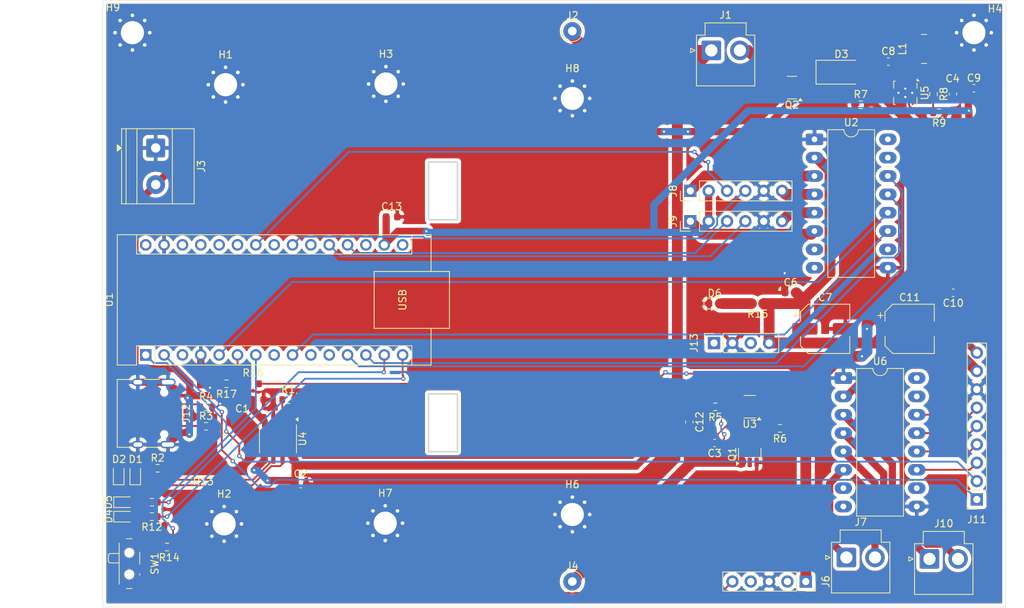
<source format=kicad_pcb>
(kicad_pcb (version 20241229) (generator "pcbnew") (generator_version "9.0")
  (layers (0 "F.Cu" signal) (2 "B.Cu" signal) (13 "F.Paste" user) (15 "B.Paste" user) (5 "F.SilkS" user "F.Silkscreen") (7 "B.SilkS" user "B.Silkscreen") (1 "F.Mask" user) (3 "B.Mask" user) (25 "Edge.Cuts" user))
  (net 0 "")
  (net 1 "/VIN")
  (net 2 "GND")
  (net 3 "/V+")
  (net 4 "Net-(U3-VDD)")
  (net 5 "/V-")
  (net 6 "Net-(U5-FB)")
  (net 7 "/3V3")
  (net 8 "/6V")
  (net 9 "/REG_IN")
  (net 10 "/V+_BAU")
  (net 11 "Net-(D1-K)")
  (net 12 "Net-(D1-A)")
  (net 13 "Net-(D2-K)")
  (net 14 "Net-(D4-A)")
  (net 15 "Net-(D5-A)")
  (net 16 "Net-(D6-A)")
  (net 17 "Net-(J6-Pin_5)")
  (net 20 "/COUT2")
  (net 21 "/COUT1")
  (net 22 "/ENC2_1")
  (net 23 "/ENC2_2")
  (net 24 "/BOUT1")
  (net 25 "/BOUT2")
  (net 26 "/ENC1_2")
  (net 27 "/AOUT1")
  (net 28 "/ENC1_1")
  (net 29 "/AOUT2")
  (net 30 "/CIN1")
  (net 31 "/RX_STM32")
  (net 32 "/TX_STM32")
  (net 33 "/CIN2")
  (net 34 "/DIN1")
  (net 35 "/DIN2")
  (net 38 "Net-(U5-L2)")
  (net 39 "Net-(U5-L1)")
  (net 40 "Net-(Q1-G2)")
  (net 42 "Net-(Q1-G1)")
  (net 44 "Net-(U4-ISET)")
  (net 45 "Net-(U3-CS)")
  (net 46 "/Led_bat_1")
  (net 47 "/Led_bat_2")
  (net 48 "/ENABLE_BOOST_6V")
  (net 49 "Net-(U1A-PB0)")
  (net 55 "/AIN2")
  (net 57 "/AIN1")
  (net 63 "/BIN1")
  (net 65 "/BIN2")
  (net 76 "/DOUT1")
  (net 77 "/DOUT2")
  (net 80 "Net-(J12-CC1)")
  (net 84 "Net-(J12-CC2)")
  (net 88 "Net-(SW1-A)")
  (footprint "MountingHole:MountingHole_3.2mm_M3_Pad_Via" (layer "F.Cu") (at 170.6 18)
    (property "Reference" "H4")
    (property "Value" "MountingHole_Pad")
  )
  (footprint "Capacitor_SMD:CP_Elec_6.3x5.4" (layer "F.Cu") (at 161.7 59)
    (property "Reference" "C11")
    (property "Value" "100u")
  )
  (footprint "Capacitor_SMD:C_0603_1608Metric" (layer "F.Cu") (at 77.4 80.5)
    (property "Reference" "C2")
    (property "Value" "10u")
  )
  (footprint "Resistor_SMD:R_0603_1608Metric" (layer "F.Cu") (at 165.775 29.1)
    (property "Reference" "R9")
    (property "Value" "178k")
  )
  (footprint "Capacitor_SMD:C_0603_1608Metric" (layer "F.Cu") (at 71.5 68.8)
    (property "Reference" "C1")
    (property "Value" "1u")
  )
  (footprint "Resistor_SMD:R_0603_1608Metric" (layer "F.Cu") (at 75.675 68.8)
    (property "Reference" "R1")
    (property "Value" "1k2")
  )
  (footprint "Package_TO_SOT_SMD:SOT-23-6" (layer "F.Cu") (at 139.5625 69.775 180)
    (property "Reference" "U3")
    (property "Value" "HY2112")
  )
  (footprint "Resistor_SMD:R_0603_1608Metric" (layer "F.Cu") (at 140.675 55.5 180)
    (property "Reference" "R15")
    (property "Value" "330R")
  )
  (footprint "Capacitor_SMD:C_0603_1608Metric" (layer "F.Cu") (at 131.2 71.9 -90)
    (property "Reference" "C12")
    (property "Value" "10u")
  )
  (footprint "Capacitor_SMD:C_0603_1608Metric" (layer "F.Cu") (at 158.75 22)
    (property "Reference" "C8")
    (property "Value" "10u")
  )
  (footprint "Resistor_SMD:R_0603_1608Metric" (layer "F.Cu") (at 56.7875 85 180)
    (property "Reference" "R12")
    (property "Value" "330R")
  )
  (footprint "Package_TO_SOT_SMD:SOT-23" (layer "F.Cu") (at 145.4 25.6 180)
    (property "Reference" "Q2")
    (property "Value" "DMP1045U-7")
  )
  (footprint "Capacitor_SMD:C_0603_1608Metric" (layer "F.Cu") (at 145.225 54)
    (property "Reference" "C6")
    (property "Value" "100n")
  )
  (footprint "Resistor_SMD:R_0603_1608Metric" (layer "F.Cu") (at 143.75 72.775 180)
    (property "Reference" "R6")
    (property "Value" "2k")
  )
  (footprint "TestPoint:TestPoint_THTPad_D2.5mm_Drill1.2mm" (layer "F.Cu") (at 115 17.78)
    (property "Reference" "J2")
    (property "Value" "BAT+")
  )
  (footprint "LED_SMD:LED_0603_1608Metric" (layer "F.Cu") (at 53 83)
    (property "Reference" "D5")
    (property "Value" "RED_LED")
  )
  (footprint "Capacitor_SMD:CP_Elec_6.3x5.4" (layer "F.Cu") (at 150 59)
    (property "Reference" "C7")
    (property "Value" "100u")
  )
  (footprint "MountingHole:MountingHole_3.2mm_M3_Pad_Via" (layer "F.Cu") (at 66.802944 86)
    (property "Reference" "H2")
    (property "Value" "MountingHole_Pad")
  )
  (footprint "LED_SMD:LED_0603_1608Metric" (layer "F.Cu") (at 52.2 79.1 90)
    (property "Reference" "D2")
    (property "Value" "Full")
  )
  (footprint "Capacitor_SMD:C_0603_1608Metric" (layer "F.Cu") (at 167.725 54 180)
    (property "Reference" "C10")
    (property "Value" "100n")
  )
  (footprint "Connector_PinSocket_2.54mm:PinSocket_1x04_P2.54mm_Vertical" (layer "F.Cu") (at 134.62 60.96 90)
    (property "Reference" "J13")
    (property "Value" "BOOST_OUT")
  )
  (footprint "Resistor_SMD:R_0603_1608Metric" (layer "F.Cu") (at 64.3 69.8)
    (property "Reference" "R4")
    (property "Value" "5.1k")
  )
  (footprint "TestPoint:TestPoint_THTPad_D2.5mm_Drill1.2mm" (layer "F.Cu") (at 115 93.98)
    (property "Reference" "J4")
    (property "Value" "BAT-")
  )
  (footprint "Resistor_SMD:R_0603_1608Metric" (layer "F.Cu") (at 57.6 78.3)
    (property "Reference" "R2")
    (property "Value" "1k")
  )
  (footprint "Diode_SMD:D_SMA" (layer "F.Cu") (at 152.25 23.47)
    (property "Reference" "D3")
    (property "Value" "SS34")
  )
  (footprint "LED_SMD:LED_0603_1608Metric" (layer "F.Cu") (at 54.5 79.1 90)
    (property "Reference" "D1")
    (property "Value" "Charge")
  )
  (footprint "Module:Arduino_Nano" (layer "F.Cu") (at 55.95 62.61 90)
    (property "Reference" "U1")
    (property "Value" "NUCLEO-G431KB")
  )
  (footprint "Package_DIP:DIP-16_W10.16mm_LongPads" (layer "F.Cu") (at 152.525 65.81)
    (property "Reference" "U6")
    (property "Value" "DRIVER 2")
  )
  (footprint "Connector_PinHeader_2.54mm:PinHeader_1x06_P2.54mm_Vertical" (layer "F.Cu") (at 131.34 39.9 90)
    (property "Reference" "J8")
    (property "Value" "MOTOR 1")
  )
  (footprint "Resistor_SMD:R_0603_1608Metric" (layer "F.Cu") (at 67.125 66.6 180)
    (property "Reference" "R17")
    (property "Value" "10k")
  )
  (footprint "Capacitor_SMD:C_0603_1608Metric" (layer "F.Cu") (at 167.7 26.5 -90)
    (property "Reference" "C4")
    (property "Value" "2.2p")
  )
  (footprint "Package_SON:Texas_DRC0010J_ThermalVias" (layer "F.Cu") (at 161.1 26.325 -90)
    (property "Reference" "U5")
    (property "Value" "TPS63000")
  )
  (footprint "Connector_PinSocket_2.54mm:PinSocket_1x05_P2.54mm_Vertical" (layer "F.Cu") (at 147.32 93.98 -90)
    (property "Reference" "J6")
    (property "Value" "BOOST_IN")
  )
  (footprint "Package_SO:SOIC-8-1EP_3.9x4.9mm_P1.27mm_EP2.29x3mm" (layer "F.Cu") (at 74.25 74.23 -90)
    (property "Reference" "U4")
    (property "Value" "CN3058E")
  )
  (footprint "TerminalBlock_Phoenix:TerminalBlock_Phoenix_MKDS-1,5-2-5.08_1x02_P5.08mm_Horizontal" (layer "F.Cu") (at 57.3275 33.955 -90)
    (property "Reference" "J3")
    (property "Value" "VIN_Connector")
  )
  (footprint "Package_TO_SOT_SMD:SOT-23-6" (layer "F.Cu") (at 139.5625 76.35 90)
    (property "Reference" "Q1")
    (property "Value" "FS8205A")
  )
  (footprint "MountingHole:MountingHole_3.2mm_M3_Pad_Via" (layer "F.Cu") (at 115.002944 27.097056)
    (property "Reference" "H8")
    (property "Value" "MountingHole_Pad")
  )
  (footprint "Connector_USB:USB_C_Receptacle_HRO_TYPE-C-31-M-12" (layer "F.Cu") (at 55.9 70.7 -90)
    (property "Reference" "J12")
    (property "Value" "USB_C_Receptacle_USB2.0_16P")
  )
  (footprint "Connector_PinHeader_2.54mm:PinHeader_1x06_P2.54mm_Vertical" (layer "F.Cu") (at 131.34 44.1 90)
    (property "Reference" "J9")
    (property "Value" "MOTOR 2")
  )
  (footprint "MountingHole:MountingHole_3.2mm_M3_Pad_Via" (layer "F.Cu") (at 54.1 18)
    (property "Reference" "H9")
    (property "Value" "MountingHole_Pad")
  )
  (footprint "Resistor_SMD:R_0603_1608Metric" (layer "F.Cu") (at 58.9 89.2 180)
    (property "Reference" "R14")
    (property "Value" "1k")
  )
  (footprint "Resistor_SMD:R_0603_1608Metric" (layer "F.Cu") (at 64.3 72.5)
    (property "Reference" "R3")
    (property "Value" "5.1k")
  )
  (footprint "Connector_PinSocket_2.54mm:PinSocket_1x09_P2.54mm_Vertical" (layer "F.Cu") (at 171 82.62 180)
    (property "Reference" "J11")
    (property "Value" "COMM_inter_mcu")
  )
  (footprint "LED_SMD:LED_0603_1608Metric" (layer "F.Cu") (at 53 85)
    (property "Reference" "D4")
    (property "Value" "GREEN_LED")
  )
  (footprint "Capacitor_SMD:C_0603_1608Metric" (layer "F.Cu") (at 170.6 25.7)
    (property "Reference" "C9")
    (property "Value" "10u")
  )
  (footprint "MountingHole:MountingHole_3.2mm_M3_Pad_Via" (layer "F.Cu") (at 67 25.197056)
    (property "Reference" "H1")
    (property "Value" "MountingHole_Pad")
  )
  (footprint "Connector_JST:JST_VH_B2P-VH_1x02_P3.96mm_Vertical" (layer "F.Cu") (at 134.2425 20.45)
    (property "Reference" "J1")
    (property "Value" "BAU")
  )
  (footprint "Resistor_SMD:R_0603_1608Metric" (layer "F.Cu") (at 165 26.5 -90)
    (property "Reference" "R8")
    (property "Value" "1M")
  )
  (footprint "MountingHole:MountingHole_3.2mm_M3_Pad_Via" (layer "F.Cu") (at 89.2 25.1)
    (property "Reference" "H3")
    (property "Value" "MountingHole_Pad")
  )
  (footprint "LED_SMD:LED_0603_1608Metric" (layer "F.Cu") (at 134.7125 55.5)
    (property "Reference" "D6")
    (property "Value" "GREEN_LED")
  )
  (footprint "Resistor_SMD:R_0603_1608Metric" (layer "F.Cu") (at 56.8 83 180)
    (property "Reference" "R13")
    (property "Value" "330R")
  )
  (footprint "Connector_JST:JST_VH_B2P-VH_1x02_P3.96mm_Vertical" (layer "F.Cu") (at 152.9425 90.65)
    (property "Reference" "J7")
    (property "Value" "MOTOR 3")
  )
  (footprint "Resistor_SMD:R_0603_1608Metric" (layer "F.Cu") (at 154.925 27.97)
    (property "Reference" "R7")
    (property "Value" "10k")
  )
  (footprint "Capacitor_SMD:C_0603_1608Metric" (layer "F.Cu") (at 90 43.5)
    (property "Reference" "C13")
    (property "Value" "100n")
  )
  (footprint "Package_DIP:DIP-16_W10.16mm_LongPads" (layer "F.Cu") (at 148.525 32.76)
    (property "Reference" "U2")
    (property "Value" "DRIVER 1")
  )
  (footprint "MountingHole:MountingHole_3.2mm_M3_Pad_Via" (layer "F.Cu") (at 115.002944 84.697056)
    (property "Reference" "H6")
    (property "Value" "MountingHole_Pad")
  )
  (footprint "Button_Switch_SMD:SW_SPDT_PCM12" (layer "F.Cu") (at 54 91.5 -90)
    (property "Reference" "SW1")
    (property "Value" "SW_SPDT")
  )
  (footprint "Resistor_SMD:R_0603_1608Metric" (layer "F.Cu") (at 134.8 69.8 180)
    (property "Reference" "R5")
    (property "Value" "100R")
  )
  (footprint "Inductor_SMD:L_Wuerth_WE-TPC-3816" (layer "F.Cu") (at 163.7 20.25 90)
    (property "Reference" "L1")
    (property "Value" "2.2u")
  )
  (footprint "Capacitor_SMD:C_0603_1608Metric" (layer "F.Cu") (at 134.7 74.8 180)
    (property "Reference" "C3")
    (property "Value" "100n")
  )
  (footprint "Resistor_SMD:R_0603_1608Metric" (layer "F.Cu") (at 70.8 66.6 180)
    (property "Reference" "R16")
    (property "Value" "10k")
  )
  (footprint "MountingHole:MountingHole_3.2mm_M3_Pad_Via" (layer "F.Cu") (at 89.1 85.9)
    (property "Reference" "H7")
    (property "Value" "MountingHole_Pad")
  )
  (footprint "Connector_JST:JST_VH_B2P-VH_1x02_P3.96mm_Vertical" (layer "F.Cu") (at 164.4425 90.85)
    (property "Reference" "J10")
    (property "Value" "MOTOR 4")
  )
  (gr_rect (start 95.1 35.9) (end 99.1 43.9) (stroke (width 0.2)) (fill no) (layer "Edge.Cuts"))
  (gr_rect (start 95.1 68) (end 99.1 76) (stroke (width 0.2)) (fill no) (layer "Edge.Cuts"))
  (gr_rect (start 50 13.5) (end 175 97.5) (stroke (width 0.05)) (fill no) (layer "Edge.Cuts"))
  (segment (start 67.1 68.8) (end 70.725 68.8) (width 1) (layer "F.Cu") (net 1))
  (segment (start 61.55 73.15) (end 61.9 73.5) (width 0.5) (layer "F.Cu") (net 1))
  (segment (start 154.25 23.47) (end 151.17 26.55) (width 1) (layer "F.Cu") (net 1))
  (segment (start 62 73.6) (end 61.121 73.6) (width 0.5) (layer "F.Cu") (net 1))
  (segment (start 60.971 73.251) (end 60.87 73.15) (width 0.2) (layer "F.Cu") (net 1))
  (segment (start 57.3275 39.035) (end 54.449 41.9135) (width 1) (layer "F.Cu") (net 1))
  (segment (start 154.25 23.47) (end 154.25 27.82) (width 1) (layer "F.Cu") (net 1))
  (segment (start 62.05 66.55) (end 62.05 68.25) (width 1) (layer "F.Cu") (net 1))
  (segment (start 70.725 70.135) (end 72.345 71.755) (width 1) (layer "F.Cu") (net 1))
  (segment (start 57.3275 39.035) (end 64.6625 31.7) (width 1) (layer "F.Cu") (net 1))
  (segment (start 60.87 73.15) (end 59.945 73.15) (width 0.2) (layer "F.Cu") (net 1))
  (segment (start 54.449 41.9135) (end 54.449 64.111) (width 1) (layer "F.Cu") (net 1))
  (segment (start 61.9 73.5) (end 62 73.6) (width 1) (layer "F.Cu") (net 1))
  (segment (start 141.1875 31.7) (end 146.3375 26.55) (width 1) (layer "F.Cu") (net 1))
  (segment (start 60.971 75.754) (end 60.971 73.251) (width 0.2) (layer "F.Cu") (net 1))
  (segment (start 70.725 68.8) (end 70.725 70.135) (width 1) (layer "F.Cu") (net 1))
  (segment (start 58.425 78.3) (end 60.971 75.754) (width 0.2) (layer "F.Cu") (net 1))
  (segment (start 64.6625 31.7) (end 127.7 31.7) (width 1) (layer "F.Cu") (net 1))
  (segment (start 54.847265 64.509265) (end 60.009265 64.509265) (width 1) (layer "F.Cu") (net 1))
  (segment (start 59.945 68.25) (end 62.05 68.25) (width 0.5) (layer "F.Cu") (net 1))
  (segment (start 62.05 68.25) (end 66.55 68.25) (width 1) (layer "F.Cu") (net 1))
  (segment (start 131 31.7) (end 141.1875 31.7) (width 1) (layer "F.Cu") (net 1))
  (segment (start 154.25 27.82) (end 154.1 27.97) (width 1) (layer "F.Cu") (net 1))
  (segment (start 61.121 73.6) (end 61.121 73.5) (width 0.5) (layer "F.Cu") (net 1))
  (segment (start 151.17 26.55) (end 146.3375 26.55) (width 1) (layer "F.Cu") (net 1))
  (segment (start 62 73.6) (end 61.676 73.276) (width 1) (layer "F.Cu") (net 1))
  (segment (start 60.009265 64.509265) (end 62.05 66.55) (width 1) (layer "F.Cu") (net 1))
  (segment (start 59.945 73.15) (end 61.55 73.15) (width 0.5) (layer "F.Cu") (net 1))
  (segment (start 61.676 73.276) (end 61.55 73.276) (width 1) (layer "F.Cu") (net 1))
  (segment (start 66.55 68.25) (end 67.1 68.8) (width 1) (layer "F.Cu") (net 1))
  (segment (start 54.449 64.111) (end 54.847265 64.509265) (width 1) (layer "F.Cu") (net 1))
  (via (at 62 73.6) (size 0.6) (drill 0.3) (layers "F.Cu" "B.Cu") (net 1))
  (via (at 131 31.7) (size 0.6) (drill 0.3) (layers "F.Cu" "B.Cu") (net 1))
  (via (at 61.75 68.55) (size 0.6) (drill 0.3) (layers "F.Cu" "B.Cu") (net 1))
  (via (at 127.7 31.7) (size 0.6) (drill 0.3) (layers "F.Cu" "B.Cu") (net 1))
  (segment (start 62 73.6) (end 62 68.8) (width 1) (layer "B.Cu") (net 1))
  (segment (start 62 68.8) (end 61.75 68.55) (width 1) (layer "B.Cu") (net 1))
  (segment (start 127.7 31.7) (end 131 31.7) (width 1) (layer "B.Cu") (net 1))
  (segment (start 65.8 69.8) (end 66.242893 69.357107) (width 0.25) (layer "F.Cu") (net 2))
  (segment (start 59.744 67.249) (end 59.945 67.249) (width 1) (layer "F.Cu") (net 2))
  (segment (start 59.03 66.535) (end 59.744 67.249) (width 1) (layer "F.Cu") (net 2))
  (segment (start 144.4 53.95) (end 144.45 54) (width 1) (layer "F.Cu") (net 2))
  (segment (start 63.57 63.87) (end 65.45 65.75) (width 1) (layer "F.Cu") (net 2))
  (segment (start 166.6 29.1) (end 165.799 29.901) (width 0.25) (layer "F.Cu") (net 2))
  (segment (start 65.45 66.55) (end 65.45 65.75) (width 0.25) (layer "F.Cu") (net 2))
  (segment (start 65.45 65.75) (end 66.3 66.6) (width 1) (layer "F.Cu") (net 2))
  (segment (start 165.799 29.901) (end 163.428452 29.901) (width 0.25) (layer "F.Cu") (net 2))
  (segment (start 65.125 69.8) (end 65.125 72.5) (width 0.25) (layer "F.Cu") (net 2))
  (segment (start 161.1 24.93) (end 161.105 24.925) (width 0.25) (layer "F.Cu") (net 2))
  (segment (start 161.649 27.774) (end 161.6 27.725) (width 0.25) (layer "F.Cu") (net 2))
  (segment (start 161.1 25.75) (end 161.1 24.93) (width 0.25) (layer "F.Cu") (net 2))
  (segment (start 59.899 74.151) (end 59.945 74.151) (width 1) (layer "F.Cu") (net 2))
  (segment (start 161.649 28.121548) (end 161.649 27.774) (width 0.25) (layer "F.Cu") (net 2))
  (segment (start 57.5 66.38) (end 59.03 66.38) (width 1) (layer "F.Cu") (net 2))
  (segment (start 65.125 69.8) (end 65.8 69.8) (width 0.25) (layer "F.Cu") (net 2))
  (segment (start 163.428452 29.901) (end 161.649 28.121548) (width 0.25) (layer "F.Cu") (net 2))
  (segment (start 59.03 66.38) (end 59.03 66.535) (width 1) (layer "F.Cu") (net 2))
  (segment (start 144.4 51.3) (end 144.4 53.95) (width 1) (layer "F.Cu") (net 2))
  (segment (start 57.5 66.38) (end 59.076 66.38) (width 1) (layer "F.Cu") (net 2))
  (segment (start 59.03 75.02) (end 59.899 74.151) (width 1) (layer "F.Cu") (net 2))
  (segment (start 161.524264 26.9) (end 161.6 26.975736) (width 0.25) (layer "F.Cu") (net 2))
  (segment (start 63.57 62.61) (end 63.57 63.87) (width 1) (layer "F.Cu") (net 2))
  (segment (start 161.6 26.975736) (end 161.6 27.725) (width 0.25) (layer "F.Cu") (net 2))
  (segment (start 54.85 66.38) (end 57.5 66.38) (width 1) (layer "F.Cu") (net 2))
  (segment (start 161.1 26.9) (end 161.524264 26.9) (width 0.25) (layer "F.Cu") (net 2))
  (segment (start 64.85 67.15) (end 65.45 66.55) (width 0.25) (layer "F.Cu") (net 2))
  (via (at 64.85 67.15) (size 0.6) (drill 0.3) (layers "F.Cu" "B.Cu") (net 2))
  (via (at 144.4 51.3) (size 0.6) (drill 0.3) (layers "F.Cu" "B.Cu") (net 2))
  (via (at 66.242893 69.357107) (size 0.6) (drill 0.3) (layers "F.Cu" "B.Cu") (net 2))
  (segment (start 66.242893 69.357107) (end 66.242893 68.542893) (width 0.25) (layer "B.Cu") (net 2))
  (segment (start 141.5 44.1) (end 141.5 48.4) (width 1) (layer "B.Cu") (net 2))
  (segment (start 141.5 48.4) (end 144.4 51.3) (width 1) (layer "B.Cu") (net 2))
  (segment (start 66.242893 68.542893) (end 64.85 67.15) (width 0.25) (layer "B.Cu") (net 2))
  (segment (start 139.3125 20.45) (end 144.4625 25.6) (width 1.5) (layer "F.Cu") (net 3))
  (segment (start 138.2025 20.45) (end 139.3125 20.45) (width 1.5) (layer "F.Cu") (net 3))
  (segment (start 135.625 69.8) (end 138.4 69.8) (width 0.2) (layer "F.Cu") (net 4))
  (segment (start 136.05 74.225) (end 135.475 74.8) (width 0.2) (layer "F.Cu") (net 4))
  (segment (start 135.625 69.8) (end 135.625 72.125) (width 0.2) (layer "F.Cu") (net 4))
  (segment (start 138.4 69.8) (end 138.425 69.775) (width 0.2) (layer "F.Cu") (net 4))
  (segment (start 136.05 73.6) (end 136.05 74.225) (width 0.2) (layer "F.Cu") (net 4))
  (segment (start 135.625 72.125) (end 135.6 72.15) (width 0.2) (layer "F.Cu") (net 4))
  (via (at 135.6 72.15) (size 0.6) (drill 0.3) (layers "F.Cu" "B.Cu") (net 4))
  (via (at 136.05 73.6) (size 0.6) (drill 0.3) (layers "F.Cu" "B.Cu") (net 4))
  (segment (start 135.6 72.15) (end 135.6 73.15) (width 0.2) (layer "B.Cu") (net 4))
  (segment (start 135.6 73.15) (end 136.05 73.6) (width 0.2) (layer "B.Cu") (net 4))
  (segment (start 138.425 70.725) (end 138 70.725) (width 0.2) (layer "F.Cu") (net 5))
  (segment (start 131.2 77.78) (end 131.64 77.34) (width 1.5) (layer "F.Cu") (net 5))
  (segment (start 131.2 77.78) (end 131.09 77.89) (width 1.5) (layer "F.Cu") (net 5))
  (segment (start 131.2 72.675) (end 131.2 77.78) (width 1.5) (layer "F.Cu") (net 5))
  (segment (start 138 70.725) (end 133.925 74.8) (width 0.2) (layer "F.Cu") (net 5))
  (segment (start 115 93.98) (end 130.34 78.64) (width 1.5) (layer "F.Cu") (net 5))
  (segment (start 130.34 78.64) (end 131.09 77.89) (width 1.5) (layer "F.Cu") (net 5))
  (segment (start 131.64 77.34) (end 138.3115 77.34) (width 1.5) (layer "F.Cu") (net 5))
  (segment (start 131.64 77.085) (end 131.64 77.34) (width 0.2) (layer "F.Cu") (net 5))
  (segment (start 133.925 74.8) (end 131.64 77.085) (width 0.2) (layer "F.Cu") (net 5))
  (segment (start 138.3115 77.34) (end 138.3115 77.4875) (width 1.5) (layer "F.Cu") (net 5))
  (segment (start 162.1 27.725) (end 164.6 27.725) (width 0.25) (layer "F.Cu") (net 6))
  (segment (start 164.95 27.375) (end 165 27.325) (width 0.25) (layer "F.Cu") (net 6))
  (segment (start 164.95 29.1) (end 164.95 27.375) (width 0.25) (layer "F.Cu") (net 6))
  (segment (start 164.6 27.725) (end 165 27.325) (width 0.25) (layer "F.Cu") (net 6))
  (segment (start 165.325 27.275) (end 167.7 27.275) (width 0.25) (layer "F.Cu") (net 6))
  (segment (start 165.275 27.325) (end 165.325 27.275) (width 0.25) (layer "F.Cu") (net 6))
  (segment (start 165 27.325) (end 165.275 27.325) (width 0.25) (layer "F.Cu") (net 6))
  (segment (start 169.9 61.2) (end 171 62.3) (width 1) (layer "F.Cu") (net 7))
  (segment (start 165 25.675) (end 164.119 24.794) (width 1) (layer "F.Cu") (net 7))
  (segment (start 88.97 47.37) (end 90.84 45.5) (width 1) (layer "F.Cu") (net 7))
  (segment (start 164.119 24.794) (end 162.426 24.794) (width 1) (layer "F.Cu") (net 7))
  (segment (start 165 25.675) (end 167.65 25.675) (width 1) (layer "F.Cu") (net 7))
  (segment (start 89.225 43.5) (end 89.225 47.115) (width 1) (layer "F.Cu") (net 7))
  (segment (start 169.825 25.7) (end 169.825 28.725) (width 1) (layer "F.Cu") (net 7))
  (segment (start 90.84 45.5) (end 94.8 45.5) (width 1) (layer "F.Cu") (net 7))
  (segment (start 89.225 47.115) (end 88.97 47.37) (width 1) (layer "F.Cu") (net 7))
  (segment (start 167.7 25.725) (end 169.8 25.725) (width 1) (layer "F.Cu") (net 7))
  (segment (start 169.825 28.725) (end 169.9 28.8) (width 1) (layer "F.Cu") (net 7))
  (segment (start 133.88 44.1) (end 133.88 39.9) (width 1) (layer "F.Cu") (net 7))
  (segment (start 169.8 25.725) (end 169.825 25.7) (width 1) (layer "F.Cu") (net 7))
  (segment (start 167.65 25.675) (end 167.7 25.725) (width 1) (layer "F.Cu") (net 7))
  (segment (start 169.9 28.8) (end 169.9 61.2) (width 1) (layer "F.Cu") (net 7))
  (via (at 169.9 28.8) (size 0.6) (drill 0.3) (layers "F.Cu" "B.Cu") (net 7))
  (via (at 94.8 45.5) (size 0.6) (drill 0.3) (layers "F.Cu" "B.Cu") (net 7))
  (segment (start 126.3 41.838) (end 139.338 28.8) (width 1) (layer "B.Cu") (net 7))
  (segment (start 126.3 45.651) (end 126.3 41.838) (width 1) (layer "B.Cu") (net 7))
  (segment (start 132.649 45.651) (end 133.88 44.42) (width 1) (layer "B.Cu") (net 7))
  (segment (start 139.338 28.8) (end 169.9 28.8) (width 1) (layer "B.Cu") (net 7))
  (segment (start 94.8 45.5) (end 94.951 45.651) (width 1) (layer "B.Cu") (net 7))
  (segment (start 126.3 45.651) (end 132.649 45.651) (width 1) (layer "B.Cu") (net 7))
  (segment (start 133.88 44.42) (end 133.88 44.1) (width 1) (layer "B.Cu") (net 7))
  (segment (start 94.951 45.651) (end 126.3 45.651) (width 1) (layer "B.Cu") (net 7))
  (segment (start 158.9 59) (end 163.9 54) (width 1.5) (layer "F.Cu") (net 8))
  (segment (start 147.2 55.2) (end 146 54) (width 1.5) (layer "F.Cu") (net 8))
  (segment (start 146.441288 55.5) (end 150.676 51.265288) (width 1.5) (layer "F.Cu") (net 8))
  (segment (start 142.24 56.24) (end 141.5 55.5) (width 1.5) (layer "F.Cu") (net 8))
  (segment (start 142.24 60.96) (end 142.24 56.24) (width 1.5) (layer "F.Cu") (net 8))
  (segment (start 158.3 62.975) (end 158.3 60.96) (width 1) (layer "F.Cu") (net 8))
  (segment (start 141.5 55.5) (end 146.441288 55.5) (width 1.5) (layer "F.Cu") (net 8))
  (segment (start 145.24 60.96) (end 147.2 59) (width 1.5) (layer "F.Cu") (net 8))
  (segment (start 148.861288 35.3) (end 148.525 35.3) (width 1.5) (layer "F.Cu") (net 8))
  (segment (start 150.676 51.265288) (end 150.676 37.114712) (width 1.5) (layer "F.Cu") (net 8))
  (segment (start 163.9 54) (end 166.95 54) (width 1.5) (layer "F.Cu") (net 8))
  (segment (start 156.94 60.96) (end 158.9 59) (width 1.5) (layer "F.Cu") (net 8))
  (segment (start 167.113001 60.96) (end 170.993001 64.84) (width 1.5) (layer "F.Cu") (net 8))
  (segment (start 152.925 68.35) (end 158.3 62.975) (width 1) (layer "F.Cu") (net 8))
  (segment (start 142.24 60.96) (end 145.24 60.96) (width 1.5) (layer "F.Cu") (net 8))
  (segment (start 147.2 59) (end 147.2 55.2) (width 1.5) (layer "F.Cu") (net 8))
  (segment (start 142.24 60.96) (end 156.94 60.96) (width 1.5) (layer "F.Cu") (net 8))
  (segment (start 158.3 60.96) (end 167.113001 60.96) (width 1.5) (layer "F.Cu") (net 8))
  (segment (start 150.676 37.114712) (end 148.861288 35.3) (width 1.5) (layer "F.Cu") (net 8))
  (segment (start 152.525 68.35) (end 152.925 68.35) (width 1) (layer "F.Cu") (net 8))
  (segment (start 170.993001 64.84) (end 171 64.84) (width 1.5) (layer "F.Cu") (net 8))
  (segment (start 156.94 60.96) (end 158.3 60.96) (width 1.5) (layer "F.Cu") (net 8))
  (segment (start 156.3 19.1) (end 157.975 20.775) (width 1.5) (layer "F.Cu") (net 9))
  (segment (start 157.975 24.9) (end 158.331 24.544) (width 1.5) (layer "F.Cu") (net 9))
  (segment (start 157.975 26.62699) (end 157.975 24.9) (width 1.5) (layer "F.Cu") (net 9))
  (segment (start 152.329602 62.8) (end 147.32 67.809602) (width 1.5) (layer "F.Cu") (net 9))
  (segment (start 126.3 66.6) (end 127.9 65) (width 0.25) (layer "F.Cu") (net 9))
  (segment (start 157.975 22) (end 157.975 24.9) (width 1.5) (layer "F.Cu") (net 9))
  (segment (start 146.3375 24.65) (end 149.07 24.65) (width 1.5) (layer "F.Cu") (net 9))
  (segment (start 153.5 19.1) (end 156.3 19.1) (width 1.5) (layer "F.Cu") (net 9))
  (segment (start 144.710398 65.2) (end 147.32 67.809602) (width 0.25) (layer "F.Cu") (net 9))
  (segment (start 71.625 66.6) (end 126.3 66.6) (width 0.25) (layer "F.Cu") (net 9))
  (segment (start 162.2 30.85199) (end 162.2 51.944602) (width 1.5) (layer "F.Cu") (net 9))
  (segment (start 130.8 65.2) (end 144.710398 65.2) (width 0.25) (layer "F.Cu") (net 9))
  (segment (start 158.331 24.544) (end 159.529 24.544) (width 1.5) (layer "F.Cu") (net 9))
  (segment (start 150.25 23.47) (end 150.25 22.35) (width 1.5) (layer "F.Cu") (net 9))
  (segment (start 159.45401 28.106) (end 162.2 30.85199) (width 1.5) (layer "F.Cu") (net 9))
  (segment (start 147.32 67.809602) (end 147.32 93.98) (width 1.5) (layer "F.Cu") (net 9))
  (segment (start 159.45401 28.106) (end 157.975 26.62699) (width 1.5) (layer "F.Cu") (net 9))
  (segment (start 155.1 62.8) (end 152.329602 62.8) (width 1.5) (layer "F.Cu") (net 9))
  (segment (start 162.2 51.944602) (end 155.8 58.344602) (width 1.5) (layer "F.Cu") (net 9))
  (segment (start 150.25 22.35) (end 153.5 19.1) (width 1.5) (layer "F.Cu") (net 9))
  (segment (start 157.975 20.775) (end 157.975 22) (width 1.5) (layer "F.Cu") (net 9))
  (segment (start 127.774 64.874) (end 127.9 65) (width 0.25) (layer "F.Cu") (net 9))
  (segment (start 149.07 24.65) (end 150.25 23.47) (width 1.5) (layer "F.Cu") (net 9))
  (segment (start 155.8 58.344602) (end 155.8 59) (width 1.5) (layer "F.Cu") (net 9))
  (segment (start 160.529 28.106) (end 159.45401 28.106) (width 1.5) (layer "F.Cu") (net 9))
  (via (at 130.8 65.2) (size 0.6) (drill 0.3) (layers "F.Cu" "B.Cu") (net 9))
  (via (at 127.9 65) (size 0.6) (drill 0.3) (layers "F.Cu" "B.Cu") (net 9))
  (via (at 155.8 59) (size 0.6) (drill 0.3) (layers "F.Cu" "B.Cu") (net 9))
  (via (at 155.1 62.8) (size 0.6) (drill 0.3) (layers "F.Cu" "B.Cu") (net 9))
  (segment (start 128.1 65.2) (end 130.8 65.2) (width 0.25) (layer "B.Cu") (net 9))
  (segment (start 127.9 65) (end 128.1 65.2) (width 0.25) (layer "B.Cu") (net 9))
  (segment (start 130.8 65.2) (end 131.1 65.2) (width 0.25) (layer "B.Cu") (net 9))
  (segment (start 155.8 62.1) (end 155.1 62.8) (width 1.5) (layer "B.Cu") (net 9))
  (segment (start 155.8 59) (end 155.8 62.1) (width 1.5) (layer "B.Cu") (net 9))
  (segment (start 77.026 78.001) (end 123.821976 78.001) (width 1) (layer "F.Cu") (net 10))
  (segment (start 72.345 76.705) (end 72.345 77.189182) (width 1) (layer "F.Cu") (net 10))
  (segment (start 129.539 66.965) (end 129.539 25.1535) (width 1.5) (layer "F.Cu") (net 10))
  (segment (start 130.697976 71.125) (end 131.2 71.125) (width 1) (layer "F.Cu") (net 10))
  (segment (start 117.069 20.45) (end 115 18.381) (width 1.5) (layer "F.Cu") (net 10))
  (segment (start 129.539 25.1535) (end 134.2425 20.45) (width 1.5) (layer "F.Cu") (net 10))
  (segment (start 134.2425 20.45) (end 117.069 20.45) (width 1.5) (layer "F.Cu") (net 10))
  (segment (start 133.975 69.8) (end 132.374 69.8) (width 0.25) (layer "F.Cu") (net 10))
  (segment (start 132.374 69.8) (end 129.539 66.965) (width 1.5) (layer "F.Cu") (net 10))
  (segment (start 72.8 80) (end 76.125 80) (width 1) (layer "F.Cu") (net 10))
  (segment (start 76.625 80.5) (end 76.625 77.6) (width 1) (layer "F.Cu") (net 10))
  (segment (start 76.125 80) (end 76.625 80.5) (width 1) (layer "F.Cu") (net 10))
  (segment (start 76.625 77.175) (end 76.155 76.705) (width 1) (layer "F.Cu") (net 10))
  (segment (start 76.625 77.6) (end 77.026 78.001) (width 1) (layer "F.Cu") (net 10))
  (segment (start 132.374 69.8) (end 131.2 70.974) (width 1.5) (layer "F.Cu") (net 10))
  (segment (start 76.625 77.6) (end 76.625 77.175) (width 1) (layer "F.Cu") (net 10))
  (segment (start 72.345 77.189182) (end 70.967091 78.567091) (width 1) (layer "F.Cu") (net 10))
  (segment (start 123.821976 78.001) (end 130.697976 71.125) (width 1) (layer "F.Cu") (net 10))
  (via (at 72.8 80) (size 0.6) (drill 0.3) (layers "F.Cu" "B.Cu") (net 10))
  (via (at 70.967091 78.567091) (size 0.6) (drill 0.3) (layers "F.Cu" "B.Cu") (net 10))
  (segment (start 71.367091 78.567091) (end 72.8 80) (width 1) (layer "B.Cu") (net 10))
  (segment (start 70.967091 78.567091) (end 71.367091 78.567091) (width 1) (layer "B.Cu") (net 10))
  (segment (start 70.814822 79.8875) (end 73.615 77.087322) (width 0.25) (layer "F.Cu") (net 11))
  (segment (start 73.615 77.087322) (end 73.615 76.705) (width 0.25) (layer "F.Cu") (net 11))
  (segment (start 54.5 79.8875) (end 70.814822 79.8875) (width 0.25) (layer "F.Cu") (net 11))
  (segment (start 54.5 78.3125) (end 56.7625 78.3125) (width 0.25) (layer "F.Cu") (net 12))
  (segment (start 52.2 78.3125) (end 54.5 78.3125) (width 0.25) (layer "F.Cu") (net 12))
  (segment (start 56.7625 78.3125) (end 56.775 78.3) (width 0.25) (layer "F.Cu") (net 12))
  (segment (start 52.2 79.8875) (end 52.9635 80.651) (width 0.25) (layer "F.Cu") (net 13))
  (segment (start 74.558999 78.006) (end 74.885 77.679999) (width 0.25) (layer "F.Cu") (net 13))
  (segment (start 70.689132 80.651) (end 73.334132 78.006) (width 0.25) (layer "F.Cu") (net 13))
  (segment (start 74.885 77.679999) (end 74.885 76.705) (width 0.25) (layer "F.Cu") (net 13))
  (segment (start 73.334132 78.006) (end 74.558999 78.006) (width 0.25) (layer "F.Cu") (net 13))
  (segment (start 52.9635 80.651) (end 70.689132 80.651) (width 0.25) (layer "F.Cu") (net 13))
  (segment (start 53.7875 85) (end 55.9625 85) (width 0.25) (layer "F.Cu") (net 14))
  (segment (start 53.7875 83) (end 55.975 83) (width 0.25) (layer "F.Cu") (net 15))
  (segment (start 135.5 55.5) (end 139.799 55.5) (width 1.5) (layer "F.Cu") (net 16))
  (segment (start 135.584 95.556) (end 137.16 93.98) (width 0.25) (layer "F.Cu") (net 17))
  (segment (start 64.056 95.556) (end 135.584 95.556) (width 0.25) (layer "F.Cu") (net 17))
  (segment (start 55.43 92.25) (end 60.75 92.25) (width 0.25) (layer "F.Cu") (net 17))
  (segment (start 60.75 92.25) (end 64.056 95.556) (width 0.25) (layer "F.Cu") (net 17))
  (segment (start 156.9025 80.3475) (end 156.9025 90.65) (width 1) (layer "F.Cu") (net 20))
  (segment (start 152.525 75.97) (end 156.9025 80.3475) (width 1) (layer "F.Cu") (net 20))
  (segment (start 150.624 88.3315) (end 150.624 80.411) (width 1) (layer "F.Cu") (net 21))
  (segment (start 152.9425 90.65) (end 150.624 88.3315) (width 1) (layer "F.Cu") (net 21))
  (segment (start 150.624 80.411) (end 152.525 78.51) (width 1) (layer "F.Cu") (net 21))
  (segment (start 133.8 35.9) (end 133.3 35.9) (width 0.25) (layer "F.Cu") (net 22))
  (segment (start 133.3 35.9) (end 131.9 34.5) (width 0.25) (layer "F.Cu") (net 22))
  (via (at 133.8 35.9) (size 0.6) (drill 0.3) (layers "F.Cu" "B.Cu") (net 22))
  (via (at 131.9 34.5) (size 0.6) (drill 0.3) (layers "F.Cu" "B.Cu") (net 22))
  (segment (start 136.42 39.9) (end 133.8 37.28) (width 0.25) (layer "B.Cu") (net 22))
  (segment (start 84.06 34.5) (end 71.19 47.37) (width 0.25) (layer "B.Cu") (net 22))
  (segment (start 131.9 34.5) (end 84.06 34.5) (width 0.25) (layer "B.Cu") (net 22))
  (segment (start 133.8 37.28) (end 133.8 35.9) (width 0.25) (layer "B.Cu") (net 22))
  (segment (start 138.768884 39.9) (end 135.056 43.612884) (width 0.25) (layer "B.Cu") (net 23))
  (segment (start 135.056 44.587116) (end 133.166116 46.477) (width 0.25) (layer "B.Cu") (net 23))
  (segment (start 138.96 39.9) (end 138.768884 39.9) (width 0.25) (layer "B.Cu") (net 23))
  (segment (start 94.60886 46.477) (end 94.37586 46.244) (width 0.25) (layer "B.Cu") (net 23))
  (segment (start 133.166116 46.477) (end 94.60886 46.477) (width 0.25) (layer "B.Cu") (net 23))
  (segment (start 94.37586 46.244) (end 77.396 46.244) (width 0.25) (layer "B.Cu") (net 23))
  (segment (start 77.396 46.244) (end 76.27 47.37) (width 0.25) (layer "B.Cu") (net 23))
  (segment (start 135.056 43.612884) (end 135.056 44.587116) (width 0.25) (layer "B.Cu") (net 23))
  (segment (start 148.525 37.84) (end 133.393001 37.84) (width 1.5) (layer "F.Cu") (net 24))
  (segment (start 131.34 39.893001) (end 131.34 39.9) (width 1.5) (layer "F.Cu") (net 24))
  (segment (start 133.393001 37.84) (end 131.34 39.893001) (width 1.5) (layer "F.Cu") (net 24))
  (segment (start 148.525 40.38) (end 144.52 40.38) (width 1.5) (layer "F.Cu") (net 25))
  (segment (start 144.52 40.38) (end 144.04 39.9) (width 1.5) (layer "F.Cu") (net 25))
  (segment (start 134.113 48.947) (end 82.927 48.947) (width 0.25) (layer "B.Cu") (net 26))
  (segment (start 82.927 48.947) (end 81.35 47.37) (width 0.25) (layer "B.Cu") (net 26))
  (segment (start 138.96 44.1) (end 134.113 48.947) (width 0.25) (layer "B.Cu") (net 26))
  (segment (start 148.525 45.46) (end 148.084 45.901) (width 1.5) (layer "F.Cu") (net 27))
  (segment (start 133.134001 45.901) (end 131.34 44.106999) (width 1.5) (layer "F.Cu") (net 27))
  (segment (start 131.34 44.106999) (end 131.34 44.1) (width 1.5) (layer "F.Cu") (net 27))
  (segment (start 148.084 45.901) (end 133.134001 45.901) (width 1.5) (layer "F.Cu") (net 27))
  (segment (start 132.024 48.496) (end 85.016 48.496) (width 0.25) (layer "B.Cu") (net 28))
  (segment (start 85.016 48.496) (end 83.89 47.37) (width 0.25) (layer "B.Cu") (net 28))
  (segment (start 136.42 44.1) (end 132.024 48.496) (width 0.25) (layer "B.Cu") (net 28))
  (segment (start 145.22 42.92) (end 144.04 44.1) (width 1.5) (layer "F.Cu") (net 29))
  (segment (start 148.525 42.92) (end 145.22 42.92) (width 1.5) (layer "F.Cu") (net 29))
  (segment (start 170.03 70.89) (end 162.685 70.89) (width 0.25) (layer "F.Cu") (net 30))
  (segment (start 171 69.92) (end 170.03 70.89) (width 0.25) (layer "F.Cu") (net 30))
  (segment (start 66.474 70.526) (end 66.5 70.5) (width 0.25) (layer "F.Cu") (net 31))
  (segment (start 66.474 75.774) (end 66.474 70.526) (width 0.25) (layer "F.Cu") (net 31))
  (segment (start 68 77.3) (end 66.474 75.774) (width 0.25) (layer "F.Cu") (net 31))
  (via (at 68 77.3) (size 0.6) (drill 0.3) (layers "F.Cu" "B.Cu") (net 31))
  (via (at 66.5 70.5) (size 0.6) (drill 0.3) (layers "F.Cu" "B.Cu") (net 31))
  (segment (start 66.38 70.5) (end 58.49 62.61) (width 0.25) (layer "B.Cu") (net 31))
  (segment (start 66.5 70.5) (end 66.38 70.5) (width 0.25) (layer "B.Cu") (net 31))
  (segment (start 74.06814 79.9) (end 73.14214 80.826) (width 0.25) (layer "B.Cu") (net 31))
  (segment (start 73.14214 80.826) (end 71.526 80.826) (width 0.25) (layer "B.Cu") (net 31))
  (segment (start 171 82.62) (end 168.28 79.9) (width 0.25) (layer "B.Cu") (net 31))
  (segment (start 71.526 80.826) (end 68 77.3) (width 0.25) (layer "B.Cu") (net 31))
  (segment (start 168.28 79.9) (end 74.06814 79.9) (width 0.25) (layer "B.Cu") (net 31))
  (segment (start 67.1 73.2) (end 68.9 75) (width 0.25) (layer "F.Cu") (net 32))
  (segment (start 68.9 75) (end 68.9 76.6) (width 0.25) (layer "F.Cu") (net 32))
  (via (at 67.1 73.2) (size 0.6) (drill 0.3) (layers "F.Cu" "B.Cu") (net 32))
  (via (at 68.9 76.6) (size 0.6) (drill 0.3) (layers "F.Cu" "B.Cu") (net 32))
  (segment (start 69.684 77.384) (end 168.304 77.384) (width 0.25) (layer "B.Cu") (net 32))
  (segment (start 58.850702 63.736) (end 67.1 71.985298) (width 0.25) (layer "B.Cu") (net 32))
  (segment (start 55.95 62.61) (end 57.076 63.736) (width 0.25) (layer "B.Cu") (net 32))
  (segment (start 57.076 63.736) (end 58.850702 63.736) (width 0.25) (layer "B.Cu") (net 32))
  (segment (start 168.304 77.384) (end 171 80.08) (width 0.25) (layer "B.Cu") (net 32))
  (segment (start 67.1 71.985298) (end 67.1 73.2) (width 0.25) (layer "B.Cu") (net 32))
  (segment (start 68.9 76.6) (end 69.684 77.384) (width 0.25) (layer "B.Cu") (net 32))
  (segment (start 170.03 73.43) (end 162.685 73.43) (width 0.25) (layer "F.Cu") (net 33))
  (segment (start 171 72.46) (end 170.03 73.43) (width 0.25) (layer "F.Cu") (net 33))
  (segment (start 170.03 75.97) (end 162.685 75.97) (width 0.25) (layer "F.Cu") (net 34))
  (segment (start 171 75) (end 170.03 75.97) (width 0.25) (layer "F.Cu") (net 34))
  (segment (start 171 77.54) (end 170.03 78.51) (width 0.25) (layer "F.Cu") (net 35))
  (segment (start 170.03 78.51) (end 162.685 78.51) (width 0.25) (layer "F.Cu") (net 35))
  (segment (start 165.45 20.25) (end 165.45 22.405) (width 1) (layer "F.Cu") (net 38))
  (segment (start 162.1 23.6) (end 162.1 23.775083) (width 0.5) (layer "F.Cu") (net 38))
  (segment (start 164.262 23.593) (end 163.3 23.593) (width 1) (layer "F.Cu") (net 38))
  (segment (start 163.3 23.593) (end 162.107 23.593) (width 1) (layer "F.Cu") (net 38))
  (segment (start 165.45 20.568106) (end 165.45 20.25) (width 0.25) (layer "F.Cu") (net 38))
  (segment (start 162.107 23.593) (end 162.1 23.6) (width 1) (layer "F.Cu") (net 38))
  (segment (start 165.45 22.405) (end 164.262 23.593) (width 1) (layer "F.Cu") (net 38))
  (segment (start 162.1 23.775083) (end 161.819512 24.055571) (width 0.5) (layer "F.Cu") (net 38))
  (segment (start 161.819512 24.055571) (end 161.6 24.275083) (width 0.25) (layer "F.Cu") (net 38))
  (segment (start 161.6 24.275083) (end 161.6 24.925) (width 0.25) (layer "F.Cu") (net 38))
  (segment (start 160.654 24.871) (end 160.654 21.546) (width 0.25) (layer "F.Cu") (net 39))
  (segment (start 160.654 21.546) (end 161.95 20.25) (width 0.25) (layer "F.Cu") (net 39))
  (segment (start 160.73 24.270674) (end 160.868512 24.132162) (width 0.5) (layer "F.Cu") (net 39))
  (segment (start 160.868512 21.331488) (end 160.868512 23.831488) (width 1) (layer "F.Cu") (net 39))
  (segment (start 160.868512 21.331488) (end 160.868512 24.132162) (width 0.5) (layer "F.Cu") (net 39))
  (segment (start 160.6 24.925) (end 160.654 24.871) (width 0.25) (layer "F.Cu") (net 39))
  (segment (start 161.95 20.25) (end 160.868512 21.331488) (width 1) (layer "F.Cu") (net 39))
  (segment (start 141.6885 69.151001) (end 141.362499 68.825) (width 0.25) (layer "F.Cu") (net 40))
  (segment (start 140.5125 75.2125) (end 141.6885 74.0365) (width 0.25) (layer "F.Cu") (net 40))
  (segment (start 141.362499 68.825) (end 140.7 68.825) (width 0.25) (layer "F.Cu") (net 40))
  (segment (start 141.6885 74.0365) (end 141.6885 69.151001) (width 0.25) (layer "F.Cu") (net 40))
  (segment (start 138.6125 72.8125) (end 140.7 70.725) (width 0.25) (layer "F.Cu") (net 42))
  (segment (start 138.6125 75.2125) (end 138.6125 72.8125) (width 0.25) (layer "F.Cu") (net 42))
  (segment (start 74.85 68.8) (end 74.85 71.72) (width 0.25) (layer "F.Cu") (net 44))
  (segment (start 74.85 71.72) (end 74.885 71.755) (width 0.25) (layer "F.Cu") (net 44))
  (segment (start 140.7 69.775) (end 140.037501 69.775) (width 0.25) (layer "F.Cu") (net 45))
  (segment (start 139.7115 68.473678) (end 139.986178 68.199) (width 0.25) (layer "F.Cu") (net 45))
  (segment (start 139.986178 68.199) (end 141.499 68.199) (width 0.25) (layer "F.Cu") (net 45))
  (segment (start 139.7115 69.448999) (end 139.7115 68.473678) (width 0.25) (layer "F.Cu") (net 45))
  (segment (start 144.575 71.275) (end 144.575 72.775) (width 0.25) (layer "F.Cu") (net 45))
  (segment (start 141.499 68.199) (end 144.575 71.275) (width 0.25) (layer "F.Cu") (net 45))
  (segment (start 140.037501 69.775) (end 139.7115 69.448999) (width 0.25) (layer "F.Cu") (net 45))
  (segment (start 91.6 65.5) (end 91.51 65.41) (width 0.25) (layer "F.Cu") (net 46))
  (segment (start 57.6125 85) (end 58.9 85) (width 0.25) (layer "F.Cu") (net 46))
  (segment (start 91.51 65.41) (end 91.51 62.61) (width 0.25) (layer "F.Cu") (net 46))
  (segment (start 91.6 65.9) (end 91.6 65.5) (width 0.25) (layer "F.Cu") (net 46))
  (via (at 91.6 65.9) (size 0.6) (drill 0.3) (layers "F.Cu" "B.Cu") (net 46))
  (via (at 58.9 85) (size 0.6) (drill 0.3) (layers "F.Cu" "B.Cu") (net 46))
  (segment (start 78 65.9) (end 91.6 65.9) (width 0.25) (layer "B.Cu") (net 46))
  (segment (start 58.9 85) (end 78 65.9) (width 0.25) (layer "B.Cu") (net 46))
  (segment (start 59.1 83) (end 57.625 83) (width 0.25) (layer "F.Cu") (net 47))
  (segment (start 88.97 62.61) (end 88.97 64.93) (width 0.25) (layer "F.Cu") (net 47))
  (segment (start 88.97 64.93) (end 88.9 65) (width 0.25) (layer "F.Cu") (net 47))
  (via (at 88.9 65) (size 0.6) (drill 0.3) (layers "F.Cu" "B.Cu") (net 47))
  (via (at 59.1 83) (size 0.6) (drill 0.3) (layers "F.Cu" "B.Cu") (net 47))
  (segment (start 88.9 65) (end 77.1 65) (width 0.25) (layer "B.Cu") (net 47))
  (segment (start 77.1 65) (end 59.1 83) (width 0.25) (layer "B.Cu") (net 47))
  (segment (start 59.725 86.625) (end 59.7 86.6) (width 0.25) (layer "F.Cu") (net 48))
  (segment (start 59.725 89.2) (end 59.725 86.625) (width 0.25) (layer "F.Cu") (net 48))
  (via (at 59.7 86.6) (size 0.6) (drill 0.3) (layers "F.Cu" "B.Cu") (net 48))
  (segment (start 58.274 82.911298) (end 71.19 69.995298) (width 0.25) (layer "B.Cu") (net 48))
  (segment (start 59.614702 86.6) (end 58.274 85.259298) (width 0.25) (layer "B.Cu") (net 48))
  (segment (start 59.7 86.6) (end 59.614702 86.6) (width 0.25) (layer "B.Cu") (net 48))
  (segment (start 71.19 69.995298) (end 71.19 62.61) (width 0.25) (layer "B.Cu") (net 48))
  (segment (start 58.274 85.259298) (end 58.274 82.911298) (width 0.25) (layer "B.Cu") (net 48))
  (segment (start 69.975 66.6) (end 69.35 66.6) (width 0.25) (layer "F.Cu") (net 49))
  (segment (start 69.35 66.6) (end 68.65 65.9) (width 0.25) (layer "F.Cu") (net 49))
  (segment (start 68.65 65.9) (end 67.95 66.6) (width 0.25) (layer "F.Cu") (net 49))
  (segment (start 68.65 62.61) (end 68.65 65.9) (width 0.25) (layer "F.Cu") (net 49))
  (segment (start 157.818596 49.126) (end 143.208596 63.736) (width 0.25) (layer "B.Cu") (net 55))
  (segment (start 143.208596 63.736) (end 87.556 63.736) (width 0.25) (layer "B.Cu") (net 55))
  (segment (start 160.211 48.466404) (end 159.551404 49.126) (width 0.25) (layer "B.Cu") (net 55))
  (segment (start 158.685 40.38) (end 160.211 41.906) (width 0.25) (layer "B.Cu") (net 55))
  (segment (start 159.551404 49.126) (end 157.818596 49.126) (width 0.25) (layer "B.Cu") (net 55))
  (segment (start 160.211 41.906) (end 160.211 48.466404) (width 0.25) (layer "B.Cu") (net 55))
  (segment (start 87.556 63.736) (end 86.43 62.61) (width 0.25) (layer "B.Cu") (net 55))
  (segment (start 160.662 39.817) (end 160.662 50.555404) (width 0.25) (layer "B.Cu") (net 57))
  (segment (start 85.467 64.187) (end 83.89 62.61) (width 0.25) (layer "B.Cu") (net 57))
  (segment (start 147.030404 64.187) (end 85.467 64.187) (width 0.25) (layer "B.Cu") (net 57))
  (segment (start 158.685 37.84) (end 160.662 39.817) (width 0.25) (layer "B.Cu") (net 57))
  (segment (start 160.662 50.555404) (end 147.030404 64.187) (width 0.25) (layer "B.Cu") (net 57))
  (segment (start 158.685 45.46) (end 144.361 59.784) (width 0.25) (layer "B.Cu") (net 63))
  (segment (start 144.361 59.784) (end 79.096 59.784) (width 0.25) (layer "B.Cu") (net 63))
  (segment (start 79.096 59.784) (end 76.27 62.61) (width 0.25) (layer "B.Cu") (net 63))
  (segment (start 158.685 42.92) (end 149.105 52.5) (width 0.25) (layer "B.Cu") (net 65))
  (segment (start 76.22 52.5) (end 66.11 62.61) (width 0.25) (layer "B.Cu") (net 65))
  (segment (start 149.105 52.5) (end 76.22 52.5) (width 0.25) (layer "B.Cu") (net 65))
  (segment (start 152.525 73.43) (end 158.1035 79.0085) (width 1) (layer "F.Cu") (net 76))
  (segment (start 158.1035 79.0085) (end 158.1035 84.511) (width 1) (layer "F.Cu") (net 76))
  (segment (start 158.1035 84.511) (end 164.4425 90.85) (width 1) (layer "F.Cu") (net 76))
  (segment (start 166.3515 88.799) (end 164.08997 88.799) (width 1) (layer "F.Cu") (net 77))
  (segment (start 159.3045 84.01353) (end 159.3045 77.6695) (width 1) (layer "F.Cu") (net 77))
  (segment (start 168.4025 90.85) (end 166.3515 88.799) (width 1) (layer "F.Cu") (net 77))
  (segment (start 164.08997 88.799) (end 159.3045 84.01353) (width 1) (layer "F.Cu") (net 77))
  (segment (start 159.3045 77.6695) (end 152.525 70.89) (width 1) (layer "F.Cu") (net 77))
  (segment (start 63.475 69.8) (end 63.125 69.45) (width 0.25) (layer "F.Cu") (net 80))
  (segment (start 63.125 69.45) (end 59.945 69.45) (width 0.25) (layer "F.Cu") (net 80))
  (segment (start 59.945 72.45) (end 63.425 72.45) (width 0.25) (layer "F.Cu") (net 84))
  (segment (start 63.425 72.45) (end 63.475 72.5) (width 0.25) (layer "F.Cu") (net 84))
  (segment (start 55.43 89.25) (end 58.025 89.25) (width 0.25) (layer "F.Cu") (net 88))
  (segment (start 58.025 89.25) (end 58.075 89.2) (width 0.25) (layer "F.Cu") (net 88))
  (zone (net 2) (net_name "GND") (layers "F.Cu" "B.Cu") (priority 1) (connect_pads (clearance 0.5)) (min_thickness 0.25) (fill yes (thermal_gap 0.5) (thermal_bridge_width 0.5))
    (polygon (pts (xy 50 13.5) (xy 50 97.5) (xy 175 97.5) (xy 175 13.5)))
  )
)
</source>
